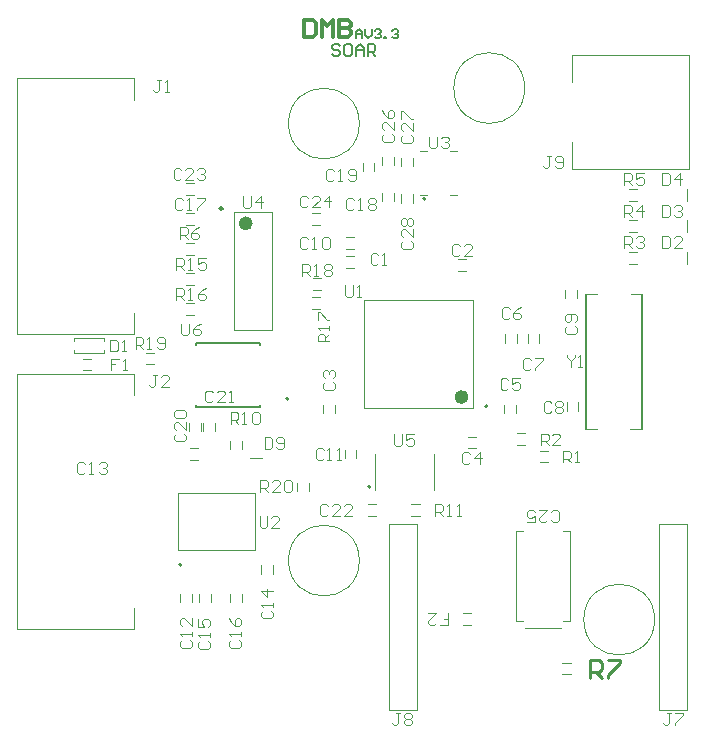
<source format=gto>
G04*
G04 #@! TF.GenerationSoftware,Altium Limited,Altium Designer,20.2.6 (244)*
G04*
G04 Layer_Color=65535*
%FSLAX44Y44*%
%MOMM*%
G71*
G04*
G04 #@! TF.SameCoordinates,D8BAA703-6470-441F-A09B-1F1B88CACBC1*
G04*
G04*
G04 #@! TF.FilePolarity,Positive*
G04*
G01*
G75*
%ADD10C,0.2000*%
%ADD11C,0.6000*%
%ADD12C,0.1000*%
%ADD13C,0.2500*%
%ADD14C,0.1270*%
%ADD15C,0.3000*%
%ADD16C,0.2540*%
D10*
X230000Y287000D02*
G03*
X230000Y287000I-1000J0D01*
G01*
X398501Y280500D02*
G03*
X398501Y280500I-1000J0D01*
G01*
X139501Y146520D02*
G03*
X139501Y146520I-1000J0D01*
G01*
X299250Y212500D02*
G03*
X299250Y212500I-1000J0D01*
G01*
X345800Y456250D02*
G03*
X345800Y456250I-1000J0D01*
G01*
X273664Y585331D02*
X271998Y586997D01*
X268666D01*
X267000Y585331D01*
Y583665D01*
X268666Y581998D01*
X271998D01*
X273664Y580332D01*
Y578666D01*
X271998Y577000D01*
X268666D01*
X267000Y578666D01*
X281995Y586997D02*
X278663D01*
X276997Y585331D01*
Y578666D01*
X278663Y577000D01*
X281995D01*
X283661Y578666D01*
Y585331D01*
X281995Y586997D01*
X286994Y577000D02*
Y583665D01*
X290326Y586997D01*
X293658Y583665D01*
Y577000D01*
Y581998D01*
X286994D01*
X296990Y577000D02*
Y586997D01*
X301989D01*
X303655Y585331D01*
Y581998D01*
X301989Y580332D01*
X296990D01*
X300323D02*
X303655Y577000D01*
X287000Y592000D02*
Y597332D01*
X289666Y599997D01*
X292332Y597332D01*
Y592000D01*
Y595999D01*
X287000D01*
X294997Y599997D02*
Y594666D01*
X297663Y592000D01*
X300329Y594666D01*
Y599997D01*
X302995Y598665D02*
X304328Y599997D01*
X306994D01*
X308326Y598665D01*
Y597332D01*
X306994Y595999D01*
X305661D01*
X306994D01*
X308326Y594666D01*
Y593333D01*
X306994Y592000D01*
X304328D01*
X302995Y593333D01*
X310992Y592000D02*
Y593333D01*
X312325D01*
Y592000D01*
X310992D01*
X317657Y598665D02*
X318990Y599997D01*
X321656D01*
X322988Y598665D01*
Y597332D01*
X321656Y595999D01*
X320323D01*
X321656D01*
X322988Y594666D01*
Y593333D01*
X321656Y592000D01*
X318990D01*
X317657Y593333D01*
D11*
X379501Y288500D02*
G03*
X379501Y288500I-3000J0D01*
G01*
X196750Y435450D02*
G03*
X196750Y435450I-3000J0D01*
G01*
D12*
X430000Y550000D02*
G03*
X430000Y550000I-30000J0D01*
G01*
X290000Y520000D02*
G03*
X290000Y520000I-30000J0D01*
G01*
Y150000D02*
G03*
X290000Y150000I-30000J0D01*
G01*
X540000Y100000D02*
G03*
X540000Y100000I-30000J0D01*
G01*
X294001Y371000D02*
X386001D01*
X294001Y279000D02*
X386001D01*
X294001D02*
Y371000D01*
X386001Y279000D02*
Y371000D01*
X422516Y98906D02*
X428516D01*
X422516D02*
Y174906D01*
X428516D01*
X462516D02*
X468516D01*
Y98906D02*
Y174906D01*
X462516Y98906D02*
X468516D01*
X430516Y92906D02*
X460516D01*
X339063Y23262D02*
Y180742D01*
X314933D02*
X339063D01*
X314933Y23262D02*
Y180742D01*
Y23262D02*
X339063D01*
X136750Y158770D02*
X201751D01*
X136750Y206770D02*
X201751D01*
X136750Y158770D02*
Y206770D01*
X201751Y158770D02*
Y206770D01*
X377754Y95838D02*
X384754D01*
X377754Y105838D02*
X384754D01*
X303250Y210000D02*
Y240000D01*
X353250Y210000D02*
Y240000D01*
X184250Y344950D02*
Y444950D01*
X216250Y344950D02*
Y444950D01*
X184250D02*
X216250D01*
X184250Y344950D02*
X216250D01*
X197500Y236522D02*
X207500D01*
X366400Y496600D02*
X372800D01*
X366400Y459400D02*
X372800D01*
X341200Y496600D02*
X347600D01*
X341200Y459400D02*
X347600D01*
X48250Y325500D02*
Y328000D01*
Y325500D02*
X73750D01*
Y328000D01*
Y336000D02*
Y338500D01*
X48250D02*
X73750D01*
X48250Y336000D02*
Y338500D01*
X519993Y375520D02*
X529293D01*
X482293Y261520D02*
X491593D01*
X519493D02*
X529293D01*
X482293Y375520D02*
X491593D01*
X482293Y261520D02*
Y375520D01*
X529293Y261520D02*
Y375520D01*
X501Y91750D02*
X99501D01*
X501D02*
Y308250D01*
X99501D01*
Y290000D02*
Y308250D01*
X99501Y290000D02*
X99501Y290000D01*
Y91750D02*
Y110000D01*
X99501Y110000D02*
X99501Y110000D01*
X461828Y63674D02*
X468828D01*
X461828Y53674D02*
X468828D01*
X470250Y555400D02*
Y578250D01*
X569500D01*
Y481750D02*
Y578250D01*
X470250Y481750D02*
X569500D01*
X470250D02*
Y504600D01*
X278501Y397520D02*
X285501D01*
X278501Y407520D02*
X285501D01*
X423501Y334520D02*
Y341520D01*
X413501Y334520D02*
Y341520D01*
X442500Y334520D02*
Y341520D01*
X432501Y334520D02*
Y341520D01*
X475500Y277020D02*
Y284020D01*
X465500Y277020D02*
Y284020D01*
X474501Y372020D02*
Y379020D01*
X464501Y372020D02*
Y379020D01*
X278500Y414000D02*
X285500D01*
X278500Y424000D02*
X285500D01*
X287500Y236520D02*
Y243520D01*
X277501Y236520D02*
Y243520D01*
X567340Y401400D02*
Y411400D01*
Y428070D02*
Y438070D01*
Y454740D02*
Y464740D01*
X500Y341750D02*
X99500D01*
X500D02*
Y558250D01*
X99500D01*
Y540000D02*
Y558250D01*
X99500Y540000D02*
X99500Y540000D01*
Y341750D02*
Y360000D01*
X99500Y360000D02*
X99500Y360000D01*
X567663Y23262D02*
Y180742D01*
X543533D02*
X567663D01*
X543533Y23262D02*
Y180742D01*
Y23262D02*
X567663D01*
X442848Y233017D02*
X449848D01*
X442848Y243017D02*
X449848D01*
X423501Y247563D02*
X430501D01*
X423501Y257563D02*
X430501D01*
X518340Y411400D02*
X525340D01*
X518340Y401400D02*
X525340D01*
X518340Y438070D02*
X525340D01*
X518340Y428070D02*
X525340D01*
X518340Y464740D02*
X525340D01*
X518340Y454740D02*
X525340D01*
X190501Y244520D02*
Y251520D01*
X180501Y244520D02*
Y251520D01*
X373501Y405520D02*
X380501D01*
X373501Y395520D02*
X380501D01*
X269501Y274520D02*
Y281520D01*
X259501Y274520D02*
Y281520D01*
X382000Y245000D02*
X389000D01*
X382000Y255000D02*
X389000D01*
X422501Y274520D02*
Y281520D01*
X412501Y274520D02*
Y281520D01*
X148000Y114500D02*
Y121500D01*
X138000Y114500D02*
Y121500D01*
X146501Y245520D02*
X153500D01*
X146501Y235520D02*
X153500D01*
X207000Y139000D02*
Y146000D01*
X217000Y139000D02*
Y146000D01*
X164500Y114563D02*
Y121562D01*
X154500Y114563D02*
Y121562D01*
X190501Y114563D02*
Y121562D01*
X180501Y114563D02*
Y121562D01*
X143210Y434420D02*
X150210D01*
X143210Y444420D02*
X150210D01*
X319000Y454000D02*
Y461000D01*
X309000Y454000D02*
Y461000D01*
X297000Y188000D02*
X304000D01*
X297000Y198000D02*
X304000D01*
X334000Y198000D02*
X341000D01*
X334000Y188000D02*
X341000D01*
X56000Y321000D02*
X63000D01*
X56000Y311000D02*
X63000D01*
X143210Y469820D02*
X150210D01*
X143210Y459820D02*
X150210D01*
X143210Y419020D02*
X150210D01*
X143210Y409020D02*
X150210D01*
X249840Y444420D02*
X256840D01*
X249840Y434420D02*
X256840D01*
X143210Y383620D02*
X150210D01*
X143210Y393620D02*
X150210D01*
X143210Y358220D02*
X150210D01*
X143210Y368220D02*
X150210D01*
X249500Y373000D02*
X256500D01*
X249500Y363000D02*
X256500D01*
X250500Y379000D02*
X257500D01*
X250500Y389000D02*
X257500D01*
X309000Y485000D02*
Y492000D01*
X319000Y485000D02*
Y492000D01*
X325000Y484000D02*
Y491000D01*
X335000Y484000D02*
Y491000D01*
Y453000D02*
Y460000D01*
X325000Y453000D02*
Y460000D01*
X302674Y479500D02*
Y486500D01*
X292674Y479500D02*
Y486500D01*
X109500Y326000D02*
X116500D01*
X109500Y316000D02*
X116500D01*
X237000Y208500D02*
Y215500D01*
X247000Y208500D02*
Y215500D01*
X156000Y259500D02*
Y266500D01*
X146000Y259500D02*
Y266500D01*
X158000Y259500D02*
Y266500D01*
X168000Y259500D02*
Y266500D01*
X138989Y350692D02*
Y342362D01*
X140655Y340696D01*
X143988D01*
X145654Y342362D01*
Y350692D01*
X155651D02*
X152318Y349026D01*
X148986Y345694D01*
Y342362D01*
X150652Y340696D01*
X153984D01*
X155651Y342362D01*
Y344028D01*
X153984Y345694D01*
X148986D01*
X278130Y383377D02*
Y375046D01*
X279796Y373380D01*
X283128D01*
X284795Y375046D01*
Y383377D01*
X288127Y373380D02*
X291459D01*
X289793D01*
Y383377D01*
X288127Y381711D01*
X452180Y184574D02*
X453847Y182908D01*
X457179D01*
X458845Y184574D01*
Y191238D01*
X457179Y192904D01*
X453847D01*
X452180Y191238D01*
X442184Y192904D02*
X448848D01*
X442184Y186240D01*
Y184574D01*
X443850Y182908D01*
X447182D01*
X448848Y184574D01*
X432187Y182908D02*
X438851D01*
Y187906D01*
X435519Y186240D01*
X433853D01*
X432187Y187906D01*
Y191238D01*
X433853Y192904D01*
X437185D01*
X438851Y191238D01*
X324664Y20997D02*
X321332D01*
X322998D01*
Y12666D01*
X321332Y11000D01*
X319666D01*
X318000Y12666D01*
X327997Y19331D02*
X329663Y20997D01*
X332995D01*
X334661Y19331D01*
Y17665D01*
X332995Y15998D01*
X334661Y14332D01*
Y12666D01*
X332995Y11000D01*
X329663D01*
X327997Y12666D01*
Y14332D01*
X329663Y15998D01*
X327997Y17665D01*
Y19331D01*
X329663Y15998D02*
X332995D01*
X205501Y187517D02*
Y179186D01*
X207167Y177520D01*
X210499D01*
X212165Y179186D01*
Y187517D01*
X222162Y177520D02*
X215497D01*
X222162Y184184D01*
Y185851D01*
X220496Y187517D01*
X217163D01*
X215497Y185851D01*
X358089Y95841D02*
X364754D01*
Y100840D01*
X361422D01*
X364754D01*
Y105838D01*
X348093D02*
X354757D01*
X348093Y99173D01*
Y97507D01*
X349759Y95841D01*
X353091D01*
X354757Y97507D01*
X319500Y256997D02*
Y248666D01*
X321166Y247000D01*
X324498D01*
X326165Y248666D01*
Y256997D01*
X336161D02*
X329497D01*
Y251998D01*
X332829Y253664D01*
X334495D01*
X336161Y251998D01*
Y248666D01*
X334495Y247000D01*
X331163D01*
X329497Y248666D01*
X191770Y458307D02*
Y449976D01*
X193436Y448310D01*
X196768D01*
X198435Y449976D01*
Y458307D01*
X206765Y448310D02*
Y458307D01*
X201767Y453308D01*
X208431D01*
X209750Y254747D02*
Y244750D01*
X214748D01*
X216415Y246416D01*
Y253081D01*
X214748Y254747D01*
X209750D01*
X219747Y246416D02*
X221413Y244750D01*
X224745D01*
X226411Y246416D01*
Y253081D01*
X224745Y254747D01*
X221413D01*
X219747Y253081D01*
Y251415D01*
X221413Y249748D01*
X226411D01*
X349000Y508997D02*
Y500666D01*
X350666Y499000D01*
X353998D01*
X355664Y500666D01*
Y508997D01*
X358997Y507331D02*
X360663Y508997D01*
X363995D01*
X365661Y507331D01*
Y505664D01*
X363995Y503998D01*
X362329D01*
X363995D01*
X365661Y502332D01*
Y500666D01*
X363995Y499000D01*
X360663D01*
X358997Y500666D01*
X79000Y336997D02*
Y327000D01*
X83998D01*
X85665Y328666D01*
Y335331D01*
X83998Y336997D01*
X79000D01*
X88997Y327000D02*
X92329D01*
X90663D01*
Y336997D01*
X88997Y335331D01*
X465500Y323997D02*
Y322331D01*
X468832Y318998D01*
X472164Y322331D01*
Y323997D01*
X468832Y318998D02*
Y314000D01*
X475497D02*
X478829D01*
X477163D01*
Y323997D01*
X475497Y322331D01*
X118665Y306747D02*
X115332D01*
X116998D01*
Y298416D01*
X115332Y296750D01*
X113666D01*
X112000Y298416D01*
X128661Y296750D02*
X121997D01*
X128661Y303414D01*
Y305081D01*
X126995Y306747D01*
X123663D01*
X121997Y305081D01*
X452435Y492597D02*
X449102D01*
X450768D01*
Y484266D01*
X449102Y482600D01*
X447436D01*
X445770Y484266D01*
X455767D02*
X457433Y482600D01*
X460765D01*
X462431Y484266D01*
Y490931D01*
X460765Y492597D01*
X457433D01*
X455767Y490931D01*
Y489264D01*
X457433Y487598D01*
X462431D01*
X306131Y408889D02*
X304464Y410555D01*
X301132D01*
X299466Y408889D01*
Y402224D01*
X301132Y400558D01*
X304464D01*
X306131Y402224D01*
X309463Y400558D02*
X312795D01*
X311129D01*
Y410555D01*
X309463Y408889D01*
X417165Y362851D02*
X415499Y364517D01*
X412167D01*
X410501Y362851D01*
Y356186D01*
X412167Y354520D01*
X415499D01*
X417165Y356186D01*
X427162Y364517D02*
X423830Y362851D01*
X420497Y359518D01*
Y356186D01*
X422164Y354520D01*
X425496D01*
X427162Y356186D01*
Y357852D01*
X425496Y359518D01*
X420497D01*
X435165Y319851D02*
X433499Y321517D01*
X430167D01*
X428501Y319851D01*
Y313186D01*
X430167Y311520D01*
X433499D01*
X435165Y313186D01*
X438497Y321517D02*
X445162D01*
Y319851D01*
X438497Y313186D01*
Y311520D01*
X452664Y283331D02*
X450998Y284997D01*
X447666D01*
X446000Y283331D01*
Y276666D01*
X447666Y275000D01*
X450998D01*
X452664Y276666D01*
X455997Y283331D02*
X457663Y284997D01*
X460995D01*
X462661Y283331D01*
Y281665D01*
X460995Y279998D01*
X462661Y278332D01*
Y276666D01*
X460995Y275000D01*
X457663D01*
X455997Y276666D01*
Y278332D01*
X457663Y279998D01*
X455997Y281665D01*
Y283331D01*
X457663Y279998D02*
X460995D01*
X466170Y348685D02*
X464504Y347018D01*
Y343686D01*
X466170Y342020D01*
X472834D01*
X474501Y343686D01*
Y347018D01*
X472834Y348685D01*
Y352017D02*
X474501Y353683D01*
Y357015D01*
X472834Y358681D01*
X466170D01*
X464504Y357015D01*
Y353683D01*
X466170Y352017D01*
X467836D01*
X469502Y353683D01*
Y358681D01*
X246665Y422331D02*
X244998Y423997D01*
X241666D01*
X240000Y422331D01*
Y415666D01*
X241666Y414000D01*
X244998D01*
X246665Y415666D01*
X249997Y414000D02*
X253329D01*
X251663D01*
Y423997D01*
X249997Y422331D01*
X258327D02*
X259994Y423997D01*
X263326D01*
X264992Y422331D01*
Y415666D01*
X263326Y414000D01*
X259994D01*
X258327Y415666D01*
Y422331D01*
X259664Y243331D02*
X257998Y244997D01*
X254666D01*
X253000Y243331D01*
Y236666D01*
X254666Y235000D01*
X257998D01*
X259664Y236666D01*
X262997Y235000D02*
X266329D01*
X264663D01*
Y244997D01*
X262997Y243331D01*
X271327Y235000D02*
X274660D01*
X272994D01*
Y244997D01*
X271327Y243331D01*
X546340Y424397D02*
Y414400D01*
X551338D01*
X553004Y416066D01*
Y422731D01*
X551338Y424397D01*
X546340D01*
X563001Y414400D02*
X556337D01*
X563001Y421064D01*
Y422731D01*
X561335Y424397D01*
X558003D01*
X556337Y422731D01*
X546340Y451067D02*
Y441070D01*
X551338D01*
X553004Y442736D01*
Y449401D01*
X551338Y451067D01*
X546340D01*
X556337Y449401D02*
X558003Y451067D01*
X561335D01*
X563001Y449401D01*
Y447734D01*
X561335Y446068D01*
X559669D01*
X561335D01*
X563001Y444402D01*
Y442736D01*
X561335Y441070D01*
X558003D01*
X556337Y442736D01*
X546340Y477737D02*
Y467740D01*
X551338D01*
X553004Y469406D01*
Y476071D01*
X551338Y477737D01*
X546340D01*
X561335Y467740D02*
Y477737D01*
X556337Y472738D01*
X563001D01*
X121915Y556497D02*
X118582D01*
X120248D01*
Y548166D01*
X118582Y546500D01*
X116916D01*
X115250Y548166D01*
X125247Y546500D02*
X128579D01*
X126913D01*
Y556497D01*
X125247Y554831D01*
X553665Y20997D02*
X550332D01*
X551998D01*
Y12666D01*
X550332Y11000D01*
X548666D01*
X547000Y12666D01*
X556997Y20997D02*
X563661D01*
Y19331D01*
X556997Y12666D01*
Y11000D01*
X462348Y233017D02*
Y243014D01*
X467346D01*
X469012Y241348D01*
Y238016D01*
X467346Y236350D01*
X462348D01*
X465680D02*
X469012Y233017D01*
X472345D02*
X475677D01*
X474011D01*
Y243014D01*
X472345Y241348D01*
X443501Y247563D02*
Y257559D01*
X448499D01*
X450165Y255893D01*
Y252561D01*
X448499Y250895D01*
X443501D01*
X446833D02*
X450165Y247563D01*
X460162D02*
X453497D01*
X460162Y254227D01*
Y255893D01*
X458496Y257559D01*
X455163D01*
X453497Y255893D01*
X514340Y414400D02*
Y424397D01*
X519338D01*
X521004Y422731D01*
Y419398D01*
X519338Y417732D01*
X514340D01*
X517672D02*
X521004Y414400D01*
X524337Y422731D02*
X526003Y424397D01*
X529335D01*
X531001Y422731D01*
Y421064D01*
X529335Y419398D01*
X527669D01*
X529335D01*
X531001Y417732D01*
Y416066D01*
X529335Y414400D01*
X526003D01*
X524337Y416066D01*
X514340Y441070D02*
Y451067D01*
X519338D01*
X521004Y449401D01*
Y446068D01*
X519338Y444402D01*
X514340D01*
X517672D02*
X521004Y441070D01*
X529335D02*
Y451067D01*
X524337Y446068D01*
X531001D01*
X514340Y467740D02*
Y477737D01*
X519338D01*
X521004Y476071D01*
Y472738D01*
X519338Y471072D01*
X514340D01*
X517672D02*
X521004Y467740D01*
X531001Y477737D02*
X524337D01*
Y472738D01*
X527669Y474404D01*
X529335D01*
X531001Y472738D01*
Y469406D01*
X529335Y467740D01*
X526003D01*
X524337Y469406D01*
X181000Y266000D02*
Y275997D01*
X185998D01*
X187665Y274331D01*
Y270998D01*
X185998Y269332D01*
X181000D01*
X184332D02*
X187665Y266000D01*
X190997D02*
X194329D01*
X192663D01*
Y275997D01*
X190997Y274331D01*
X199327D02*
X200994Y275997D01*
X204326D01*
X205992Y274331D01*
Y267666D01*
X204326Y266000D01*
X200994D01*
X199327Y267666D01*
Y274331D01*
X374964Y416001D02*
X373298Y417667D01*
X369966D01*
X368300Y416001D01*
Y409336D01*
X369966Y407670D01*
X373298D01*
X374964Y409336D01*
X384961Y407670D02*
X378297D01*
X384961Y414334D01*
Y416001D01*
X383295Y417667D01*
X379963D01*
X378297Y416001D01*
X260909Y301304D02*
X259243Y299638D01*
Y296306D01*
X260909Y294640D01*
X267574D01*
X269240Y296306D01*
Y299638D01*
X267574Y301304D01*
X260909Y304637D02*
X259243Y306303D01*
Y309635D01*
X260909Y311301D01*
X262575D01*
X264242Y309635D01*
Y307969D01*
Y309635D01*
X265908Y311301D01*
X267574D01*
X269240Y309635D01*
Y306303D01*
X267574Y304637D01*
X383665Y240331D02*
X381998Y241997D01*
X378666D01*
X377000Y240331D01*
Y233666D01*
X378666Y232000D01*
X381998D01*
X383665Y233666D01*
X391995Y232000D02*
Y241997D01*
X386997Y236998D01*
X393661D01*
X416166Y302850D02*
X414500Y304516D01*
X411167D01*
X409501Y302850D01*
Y296185D01*
X411167Y294519D01*
X414500D01*
X416166Y296185D01*
X426163Y304516D02*
X419498D01*
Y299517D01*
X422830Y301183D01*
X424496D01*
X426163Y299517D01*
Y296185D01*
X424496Y294519D01*
X421164D01*
X419498Y296185D01*
X139669Y82664D02*
X138003Y80998D01*
Y77666D01*
X139669Y76000D01*
X146334D01*
X148000Y77666D01*
Y80998D01*
X146334Y82664D01*
X148000Y85997D02*
Y89329D01*
Y87663D01*
X138003D01*
X139669Y85997D01*
X148000Y100992D02*
Y94327D01*
X141335Y100992D01*
X139669D01*
X138003Y99326D01*
Y95994D01*
X139669Y94327D01*
X57972Y231343D02*
X56306Y233009D01*
X52974D01*
X51308Y231343D01*
Y224678D01*
X52974Y223012D01*
X56306D01*
X57972Y224678D01*
X61305Y223012D02*
X64637D01*
X62971D01*
Y233009D01*
X61305Y231343D01*
X69635D02*
X71302Y233009D01*
X74634D01*
X76300Y231343D01*
Y229676D01*
X74634Y228010D01*
X72968D01*
X74634D01*
X76300Y226344D01*
Y224678D01*
X74634Y223012D01*
X71302D01*
X69635Y224678D01*
X208669Y107664D02*
X207003Y105998D01*
Y102666D01*
X208669Y101000D01*
X215334D01*
X217000Y102666D01*
Y105998D01*
X215334Y107664D01*
X217000Y110997D02*
Y114329D01*
Y112663D01*
X207003D01*
X208669Y110997D01*
X217000Y124326D02*
X207003D01*
X212002Y119327D01*
Y125992D01*
X155425Y82023D02*
X153759Y80357D01*
Y77025D01*
X155425Y75359D01*
X162090D01*
X163756Y77025D01*
Y80357D01*
X162090Y82023D01*
X163756Y85356D02*
Y88688D01*
Y87022D01*
X153759D01*
X155425Y85356D01*
X153759Y100351D02*
Y93686D01*
X158757D01*
X157091Y97019D01*
Y98685D01*
X158757Y100351D01*
X162090D01*
X163756Y98685D01*
Y95352D01*
X162090Y93686D01*
X181669Y82664D02*
X180003Y80998D01*
Y77666D01*
X181669Y76000D01*
X188334D01*
X190000Y77666D01*
Y80998D01*
X188334Y82664D01*
X190000Y85997D02*
Y89329D01*
Y87663D01*
X180003D01*
X181669Y85997D01*
X180003Y100992D02*
X181669Y97660D01*
X185002Y94327D01*
X188334D01*
X190000Y95994D01*
Y99326D01*
X188334Y100992D01*
X186668D01*
X185002Y99326D01*
Y94327D01*
X140674Y455371D02*
X139008Y457037D01*
X135676D01*
X134010Y455371D01*
Y448706D01*
X135676Y447040D01*
X139008D01*
X140674Y448706D01*
X144007Y447040D02*
X147339D01*
X145673D01*
Y457037D01*
X144007Y455371D01*
X152337Y457037D02*
X159002D01*
Y455371D01*
X152337Y448706D01*
Y447040D01*
X285665Y455331D02*
X283998Y456997D01*
X280666D01*
X279000Y455331D01*
Y448666D01*
X280666Y447000D01*
X283998D01*
X285665Y448666D01*
X288997Y447000D02*
X292329D01*
X290663D01*
Y456997D01*
X288997Y455331D01*
X297327D02*
X298994Y456997D01*
X302326D01*
X303992Y455331D01*
Y453665D01*
X302326Y451998D01*
X303992Y450332D01*
Y448666D01*
X302326Y447000D01*
X298994D01*
X297327Y448666D01*
Y450332D01*
X298994Y451998D01*
X297327Y453665D01*
Y455331D01*
X298994Y451998D02*
X302326D01*
X263664Y196331D02*
X261998Y197997D01*
X258666D01*
X257000Y196331D01*
Y189666D01*
X258666Y188000D01*
X261998D01*
X263664Y189666D01*
X273661Y188000D02*
X266997D01*
X273661Y194664D01*
Y196331D01*
X271995Y197997D01*
X268663D01*
X266997Y196331D01*
X283658Y188000D02*
X276994D01*
X283658Y194664D01*
Y196331D01*
X281992Y197997D01*
X278660D01*
X276994Y196331D01*
X354000Y188000D02*
Y197997D01*
X358998D01*
X360664Y196331D01*
Y192998D01*
X358998Y191332D01*
X354000D01*
X357332D02*
X360664Y188000D01*
X363997D02*
X367329D01*
X365663D01*
Y197997D01*
X363997Y196331D01*
X372327Y188000D02*
X375660D01*
X373994D01*
Y197997D01*
X372327Y196331D01*
X86664Y320997D02*
X80000D01*
Y315998D01*
X83332D01*
X80000D01*
Y311000D01*
X89997D02*
X93329D01*
X91663D01*
Y320997D01*
X89997Y319331D01*
X139385Y480852D02*
X137719Y482518D01*
X134387D01*
X132721Y480852D01*
Y474188D01*
X134387Y472522D01*
X137719D01*
X139385Y474188D01*
X149382Y472522D02*
X142718D01*
X149382Y479186D01*
Y480852D01*
X147716Y482518D01*
X144384D01*
X142718Y480852D01*
X152715D02*
X154381Y482518D01*
X157713D01*
X159379Y480852D01*
Y479186D01*
X157713Y477520D01*
X156047D01*
X157713D01*
X159379Y475854D01*
Y474188D01*
X157713Y472522D01*
X154381D01*
X152715Y474188D01*
X137879Y422022D02*
Y432018D01*
X142878D01*
X144544Y430352D01*
Y427020D01*
X142878Y425354D01*
X137879D01*
X141212D02*
X144544Y422022D01*
X154541Y432018D02*
X151208Y430352D01*
X147876Y427020D01*
Y423688D01*
X149542Y422022D01*
X152874D01*
X154541Y423688D01*
Y425354D01*
X152874Y427020D01*
X147876D01*
X246336Y457332D02*
X244669Y458998D01*
X241337D01*
X239671Y457332D01*
Y450668D01*
X241337Y449002D01*
X244669D01*
X246336Y450668D01*
X256332Y449002D02*
X249668D01*
X256332Y455666D01*
Y457332D01*
X254666Y458998D01*
X251334D01*
X249668Y457332D01*
X264663Y449002D02*
Y458998D01*
X259664Y454000D01*
X266329D01*
X134824Y396322D02*
Y406318D01*
X139822D01*
X141489Y404652D01*
Y401320D01*
X139822Y399654D01*
X134824D01*
X138156D02*
X141489Y396322D01*
X144821D02*
X148153D01*
X146487D01*
Y406318D01*
X144821Y404652D01*
X159816Y406318D02*
X153152D01*
Y401320D01*
X156484Y402986D01*
X158150D01*
X159816Y401320D01*
Y397988D01*
X158150Y396322D01*
X154818D01*
X153152Y397988D01*
X134824Y370922D02*
Y380918D01*
X139822D01*
X141489Y379252D01*
Y375920D01*
X139822Y374254D01*
X134824D01*
X138156D02*
X141489Y370922D01*
X144821D02*
X148153D01*
X146487D01*
Y380918D01*
X144821Y379252D01*
X159816Y380918D02*
X156484Y379252D01*
X153152Y375920D01*
Y372588D01*
X154818Y370922D01*
X158150D01*
X159816Y372588D01*
Y374254D01*
X158150Y375920D01*
X153152D01*
X264586Y335484D02*
X254590D01*
Y340482D01*
X256256Y342149D01*
X259588D01*
X261254Y340482D01*
Y335484D01*
Y338816D02*
X264586Y342149D01*
Y345481D02*
Y348813D01*
Y347147D01*
X254590D01*
X256256Y345481D01*
X254590Y353811D02*
Y360476D01*
X256256D01*
X262920Y353811D01*
X264586D01*
X241504Y391002D02*
Y400998D01*
X246502D01*
X248169Y399332D01*
Y396000D01*
X246502Y394334D01*
X241504D01*
X244836D02*
X248169Y391002D01*
X251501D02*
X254833D01*
X253167D01*
Y400998D01*
X251501Y399332D01*
X259832D02*
X261498Y400998D01*
X264830D01*
X266496Y399332D01*
Y397666D01*
X264830Y396000D01*
X266496Y394334D01*
Y392668D01*
X264830Y391002D01*
X261498D01*
X259832Y392668D01*
Y394334D01*
X261498Y396000D01*
X259832Y397666D01*
Y399332D01*
X261498Y396000D02*
X264830D01*
X310668Y511335D02*
X309002Y509669D01*
Y506337D01*
X310668Y504671D01*
X317332D01*
X318998Y506337D01*
Y509669D01*
X317332Y511335D01*
X318998Y521332D02*
Y514668D01*
X312334Y521332D01*
X310668D01*
X309002Y519666D01*
Y516334D01*
X310668Y514668D01*
X309002Y531329D02*
X310668Y527997D01*
X314000Y524665D01*
X317332D01*
X318998Y526331D01*
Y529663D01*
X317332Y531329D01*
X315666D01*
X314000Y529663D01*
Y524665D01*
X326668Y510336D02*
X325002Y508669D01*
Y505337D01*
X326668Y503671D01*
X333332D01*
X334998Y505337D01*
Y508669D01*
X333332Y510336D01*
X334998Y520332D02*
Y513668D01*
X328334Y520332D01*
X326668D01*
X325002Y518666D01*
Y515334D01*
X326668Y513668D01*
X325002Y523665D02*
Y530329D01*
X326668D01*
X333332Y523665D01*
X334998D01*
X326668Y420336D02*
X325002Y418669D01*
Y415337D01*
X326668Y413671D01*
X333332D01*
X334998Y415337D01*
Y418669D01*
X333332Y420336D01*
X334998Y430332D02*
Y423668D01*
X328334Y430332D01*
X326668D01*
X325002Y428666D01*
Y425334D01*
X326668Y423668D01*
Y433665D02*
X325002Y435331D01*
Y438663D01*
X326668Y440329D01*
X328334D01*
X330000Y438663D01*
X331666Y440329D01*
X333332D01*
X334998Y438663D01*
Y435331D01*
X333332Y433665D01*
X331666D01*
X330000Y435331D01*
X328334Y433665D01*
X326668D01*
X330000Y435331D02*
Y438663D01*
X268489Y479582D02*
X266822Y481248D01*
X263490D01*
X261824Y479582D01*
Y472918D01*
X263490Y471252D01*
X266822D01*
X268489Y472918D01*
X271821Y471252D02*
X275153D01*
X273487D01*
Y481248D01*
X271821Y479582D01*
X280152Y472918D02*
X281818Y471252D01*
X285150D01*
X286816Y472918D01*
Y479582D01*
X285150Y481248D01*
X281818D01*
X280152Y479582D01*
Y477916D01*
X281818Y476250D01*
X286816D01*
X100504Y329002D02*
Y338998D01*
X105502D01*
X107169Y337332D01*
Y334000D01*
X105502Y332334D01*
X100504D01*
X103836D02*
X107169Y329002D01*
X110501D02*
X113833D01*
X112167D01*
Y338998D01*
X110501Y337332D01*
X118832Y330668D02*
X120498Y329002D01*
X123830D01*
X125496Y330668D01*
Y337332D01*
X123830Y338998D01*
X120498D01*
X118832Y337332D01*
Y335666D01*
X120498Y334000D01*
X125496D01*
X206127Y208108D02*
Y218104D01*
X211125D01*
X212792Y216438D01*
Y213106D01*
X211125Y211440D01*
X206127D01*
X209459D02*
X212792Y208108D01*
X222788D02*
X216124D01*
X222788Y214772D01*
Y216438D01*
X221122Y218104D01*
X217790D01*
X216124Y216438D01*
X226120D02*
X227787Y218104D01*
X231119D01*
X232785Y216438D01*
Y209774D01*
X231119Y208108D01*
X227787D01*
X226120Y209774D01*
Y216438D01*
X135098Y257495D02*
X133432Y255829D01*
Y252497D01*
X135098Y250831D01*
X141762D01*
X143428Y252497D01*
Y255829D01*
X141762Y257495D01*
X143428Y267492D02*
Y260828D01*
X136764Y267492D01*
X135098D01*
X133432Y265826D01*
Y262494D01*
X135098Y260828D01*
Y270825D02*
X133432Y272491D01*
Y275823D01*
X135098Y277489D01*
X141762D01*
X143428Y275823D01*
Y272491D01*
X141762Y270825D01*
X135098D01*
X166292Y292283D02*
X164626Y293949D01*
X161293D01*
X159627Y292283D01*
Y285619D01*
X161293Y283953D01*
X164626D01*
X166292Y285619D01*
X176289Y283953D02*
X169624D01*
X176289Y290617D01*
Y292283D01*
X174622Y293949D01*
X171290D01*
X169624Y292283D01*
X179621Y283953D02*
X182953D01*
X181287D01*
Y293949D01*
X179621Y292283D01*
D13*
X174250Y447900D02*
G03*
X174250Y447900I-1250J0D01*
G01*
D14*
X205900Y332100D02*
Y333900D01*
X152100Y332100D02*
Y333900D01*
Y280100D02*
Y281900D01*
X205900Y280100D02*
Y281900D01*
X152100Y333900D02*
X205900D01*
X152100Y280100D02*
X205900D01*
X482293Y261520D02*
Y375520D01*
X529293Y261520D02*
Y375520D01*
D15*
X243000Y607995D02*
Y593000D01*
X250498D01*
X252997Y595499D01*
Y605496D01*
X250498Y607995D01*
X243000D01*
X257995Y593000D02*
Y607995D01*
X262994Y602997D01*
X267992Y607995D01*
Y593000D01*
X272990Y607995D02*
Y593000D01*
X280488D01*
X282987Y595499D01*
Y597998D01*
X280488Y600498D01*
X272990D01*
X280488D01*
X282987Y602997D01*
Y605496D01*
X280488Y607995D01*
X272990D01*
D16*
X484890Y50549D02*
Y65784D01*
X492508D01*
X495047Y63244D01*
Y58166D01*
X492508Y55627D01*
X484890D01*
X489968D02*
X495047Y50549D01*
X500125Y65784D02*
X510282D01*
Y63244D01*
X500125Y53088D01*
Y50549D01*
M02*

</source>
